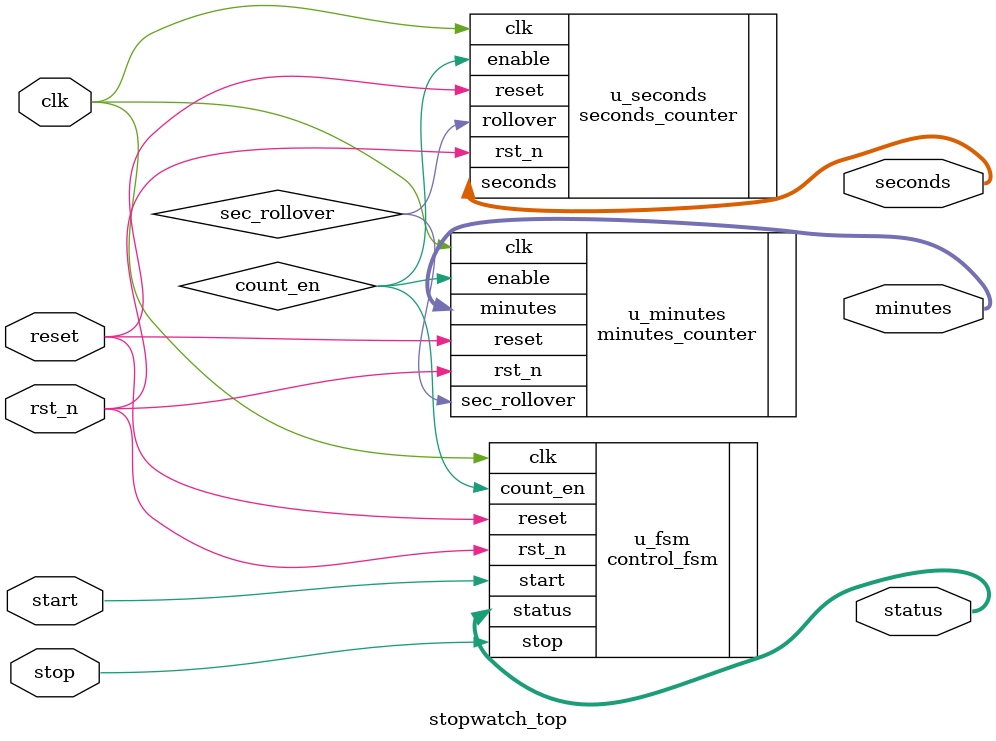
<source format=v>
module stopwatch_top (
    input  wire        clk,        // System clock
    input  wire        rst_n,      // Active-low global reset
    input  wire        start,      // Start / Resume button
    input  wire        stop,       // Pause button
    input  wire        reset,      // Logical reset
    output wire [7:0]  minutes,    // Minutes output (0–99)
    output wire [5:0]  seconds,    // Seconds output (0–59)
    output wire [1:0]  status      // FSM state (observable)
);

wire count_en;
wire sec_rollover;

control_fsm u_fsm(
    .clk      (clk),
        .rst_n    (rst_n),
        .start    (start),
        .stop     (stop),
        .reset    (reset),
        .count_en (count_en),
        .status   (status)
);
seconds_counter u_seconds (
        .clk      (clk),
        .rst_n    (rst_n),
        .enable   (count_en),
        .reset    (reset),
        .seconds  (seconds),
        .rollover (sec_rollover)
);
minutes_counter u_minutes (
        .clk          (clk),
        .rst_n        (rst_n),
        .enable       (count_en),
        .reset        (reset),
        .sec_rollover (sec_rollover),
        .minutes      (minutes)
);
endmodule

</source>
